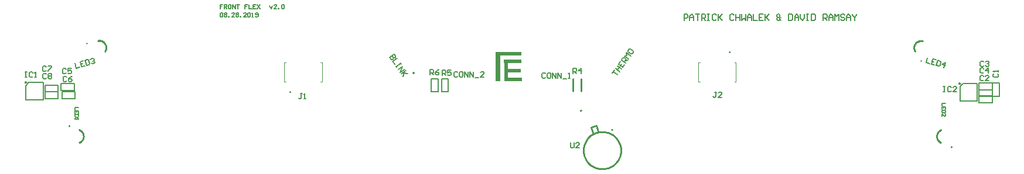
<source format=gto>
%FSTAX23Y23*%
%MOIN*%
%SFA1B1*%

%IPPOS*%
%ADD10C,0.007870*%
%ADD11C,0.010000*%
%ADD12C,0.003940*%
%ADD13C,0.006000*%
%ADD14C,0.008000*%
%ADD15R,0.097440X0.021290*%
%ADD16R,0.099030X0.023540*%
%ADD17R,0.101210X0.021200*%
%ADD18R,0.023890X0.123980*%
%ADD19R,0.149040X0.021200*%
%ADD20R,0.026390X0.166770*%
%LNfront_flex-1*%
%LPD*%
G36*
X-00034Y00685D02*
D01*
G37*
G54D10*
X-02752Y00678D02*
D01*
X-02752Y00678*
X-02752Y00678*
X-02752Y00679*
X-02752Y00679*
X-02752Y00679*
X-02752Y00679*
X-02752Y0068*
X-02752Y0068*
X-02753Y0068*
X-02753Y0068*
X-02753Y0068*
X-02753Y00681*
X-02753Y00681*
X-02754Y00681*
X-02754Y00681*
X-02754Y00681*
X-02754Y00681*
X-02755Y00682*
X-02755Y00682*
X-02755Y00682*
X-02755Y00682*
X-02756Y00682*
X-02756*
X-02756Y00682*
X-02756Y00682*
X-02757Y00682*
X-02757Y00682*
X-02757Y00681*
X-02758Y00681*
X-02758Y00681*
X-02758Y00681*
X-02758Y00681*
X-02758Y00681*
X-02759Y0068*
X-02759Y0068*
X-02759Y0068*
X-02759Y0068*
X-02759Y0068*
X-02759Y00679*
X-02759Y00679*
X-0276Y00679*
X-0276Y00679*
X-0276Y00678*
X-0276Y00678*
X-0276Y00678*
X-0276Y00677*
X-0276Y00677*
X-0276Y00677*
X-0276Y00677*
X-02759Y00676*
X-02759Y00676*
X-02759Y00676*
X-02759Y00676*
X-02759Y00675*
X-02759Y00675*
X-02759Y00675*
X-02758Y00675*
X-02758Y00675*
X-02758Y00674*
X-02758Y00674*
X-02758Y00674*
X-02757Y00674*
X-02757Y00674*
X-02757Y00674*
X-02756Y00674*
X-02756Y00674*
X-02756Y00674*
X-02756*
X-02755Y00674*
X-02755Y00674*
X-02755Y00674*
X-02755Y00674*
X-02754Y00674*
X-02754Y00674*
X-02754Y00674*
X-02754Y00674*
X-02753Y00675*
X-02753Y00675*
X-02753Y00675*
X-02753Y00675*
X-02753Y00675*
X-02752Y00676*
X-02752Y00676*
X-02752Y00676*
X-02752Y00676*
X-02752Y00677*
X-02752Y00677*
X-02752Y00677*
X-02752Y00677*
X-02752Y00678*
X02563Y00672D02*
D01*
X02563Y00673*
X02563Y00673*
X02563Y00673*
X02562Y00673*
X02562Y00674*
X02562Y00674*
X02562Y00674*
X02562Y00674*
X02562Y00675*
X02562Y00675*
X02562Y00675*
X02561Y00675*
X02561Y00675*
X02561Y00676*
X02561Y00676*
X0256Y00676*
X0256Y00676*
X0256Y00676*
X0256Y00676*
X02559Y00676*
X02559Y00676*
X02559Y00676*
X02559*
X02558Y00676*
X02558Y00676*
X02558Y00676*
X02557Y00676*
X02557Y00676*
X02557Y00676*
X02557Y00676*
X02556Y00676*
X02556Y00675*
X02556Y00675*
X02556Y00675*
X02556Y00675*
X02555Y00675*
X02555Y00674*
X02555Y00674*
X02555Y00674*
X02555Y00674*
X02555Y00673*
X02555Y00673*
X02555Y00673*
X02555Y00673*
X02555Y00672*
X02555Y00672*
X02555Y00672*
X02555Y00671*
X02555Y00671*
X02555Y00671*
X02555Y00671*
X02555Y0067*
X02555Y0067*
X02555Y0067*
X02556Y0067*
X02556Y0067*
X02556Y00669*
X02556Y00669*
X02556Y00669*
X02557Y00669*
X02557Y00669*
X02557Y00669*
X02557Y00668*
X02558Y00668*
X02558Y00668*
X02558Y00668*
X02559Y00668*
X02559*
X02559Y00668*
X02559Y00668*
X0256Y00668*
X0256Y00668*
X0256Y00669*
X0256Y00669*
X02561Y00669*
X02561Y00669*
X02561Y00669*
X02561Y00669*
X02562Y0067*
X02562Y0067*
X02562Y0067*
X02562Y0067*
X02562Y0067*
X02562Y00671*
X02562Y00671*
X02562Y00671*
X02563Y00671*
X02563Y00672*
X02563Y00672*
X02563Y00672*
X01252Y00852D02*
D01*
X01252Y00852*
X01252Y00852*
X01252Y00852*
X01252Y00852*
X01252Y00852*
X01252Y00852*
X01252Y00853*
X01252Y00853*
X01252Y00853*
X01252Y00853*
X01252Y00853*
X01252Y00853*
X01252Y00853*
X01251Y00853*
X01251Y00853*
X01251Y00853*
X01251Y00853*
X01251Y00854*
X01251Y00854*
X01251Y00854*
X01251Y00854*
X0125Y00854*
X0125*
X0125Y00854*
X0125Y00854*
X0125Y00854*
X0125Y00854*
X0125Y00853*
X0125Y00853*
X01249Y00853*
X01249Y00853*
X01249Y00853*
X01249Y00853*
X01249Y00853*
X01249Y00853*
X01249Y00853*
X01249Y00853*
X01249Y00853*
X01249Y00852*
X01249Y00852*
X01248Y00852*
X01248Y00852*
X01248Y00852*
X01248Y00852*
X01248Y00852*
D01*
X01248Y00851*
X01248Y00851*
X01248Y00851*
X01248Y00851*
X01249Y00851*
X01249Y00851*
X01249Y00851*
X01249Y00851*
X01249Y0085*
X01249Y0085*
X01249Y0085*
X01249Y0085*
X01249Y0085*
X01249Y0085*
X01249Y0085*
X0125Y0085*
X0125Y0085*
X0125Y0085*
X0125Y0085*
X0125Y0085*
X0125Y0085*
X0125Y0085*
X0125*
X01251Y0085*
X01251Y0085*
X01251Y0085*
X01251Y0085*
X01251Y0085*
X01251Y0085*
X01251Y0085*
X01251Y0085*
X01252Y0085*
X01252Y0085*
X01252Y0085*
X01252Y0085*
X01252Y0085*
X01252Y00851*
X01252Y00851*
X01252Y00851*
X01252Y00851*
X01252Y00851*
X01252Y00851*
X01252Y00851*
X01252Y00851*
X01252Y00852*
D01*
X01252Y00852*
X01252Y00852*
X01252Y00852*
X01252Y00852*
X01252Y00852*
X01252Y00852*
X01252Y00853*
X01252Y00853*
X01252Y00853*
X01252Y00853*
X01252Y00853*
X01252Y00853*
X01252Y00853*
X01251Y00853*
X01251Y00853*
X01251Y00853*
X01251Y00853*
X01251Y00854*
X01251Y00854*
X01251Y00854*
X01251Y00854*
X0125Y00854*
X0125*
X0125Y00854*
X0125Y00854*
X0125Y00854*
X0125Y00854*
X0125Y00853*
X0125Y00853*
X01249Y00853*
X01249Y00853*
X01249Y00853*
X01249Y00853*
X01249Y00853*
X01249Y00853*
X01249Y00853*
X01249Y00853*
X01249Y00853*
X01249Y00852*
X01249Y00852*
X01248Y00852*
X01248Y00852*
X01248Y00852*
X01248Y00852*
X01248Y00852*
X-01252Y00623D02*
D01*
X-01252Y00623*
X-01252Y00623*
X-01252Y00623*
X-01252Y00623*
X-01252Y00623*
X-01252Y00622*
X-01252Y00622*
X-01252Y00622*
X-01252Y00622*
X-01252Y00622*
X-01252Y00622*
X-01252Y00622*
X-01252Y00622*
X-01251Y00622*
X-01251Y00622*
X-01251Y00622*
X-01251Y00621*
X-01251Y00621*
X-01251Y00621*
X-01251Y00621*
X-01251Y00621*
X-0125Y00621*
X-0125*
X-0125Y00621*
X-0125Y00621*
X-0125Y00621*
X-0125Y00621*
X-0125Y00621*
X-0125Y00622*
X-01249Y00622*
X-01249Y00622*
X-01249Y00622*
X-01249Y00622*
X-01249Y00622*
X-01249Y00622*
X-01249Y00622*
X-01249Y00622*
X-01249Y00622*
X-01249Y00622*
X-01249Y00623*
X-01248Y00623*
X-01248Y00623*
X-01248Y00623*
X-01248Y00623*
X-01248Y00623*
D01*
X-01248Y00623*
X-01248Y00624*
X-01248Y00624*
X-01248Y00624*
X-01249Y00624*
X-01249Y00624*
X-01249Y00624*
X-01249Y00624*
X-01249Y00624*
X-01249Y00625*
X-01249Y00625*
X-01249Y00625*
X-01249Y00625*
X-01249Y00625*
X-01249Y00625*
X-0125Y00625*
X-0125Y00625*
X-0125Y00625*
X-0125Y00625*
X-0125Y00625*
X-0125Y00625*
X-0125Y00625*
X-0125*
X-01251Y00625*
X-01251Y00625*
X-01251Y00625*
X-01251Y00625*
X-01251Y00625*
X-01251Y00625*
X-01251Y00625*
X-01251Y00625*
X-01252Y00625*
X-01252Y00625*
X-01252Y00625*
X-01252Y00625*
X-01252Y00624*
X-01252Y00624*
X-01252Y00624*
X-01252Y00624*
X-01252Y00624*
X-01252Y00624*
X-01252Y00624*
X-01252Y00624*
X-01252Y00623*
X-01252Y00623*
D01*
X-01252Y00623*
X-01252Y00623*
X-01252Y00623*
X-01252Y00623*
X-01252Y00623*
X-01252Y00622*
X-01252Y00622*
X-01252Y00622*
X-01252Y00622*
X-01252Y00622*
X-01252Y00622*
X-01252Y00622*
X-01252Y00622*
X-01251Y00622*
X-01251Y00622*
X-01251Y00622*
X-01251Y00621*
X-01251Y00621*
X-01251Y00621*
X-01251Y00621*
X-01251Y00621*
X-0125Y00621*
X-0125*
X-0125Y00621*
X-0125Y00621*
X-0125Y00621*
X-0125Y00621*
X-0125Y00621*
X-0125Y00622*
X-01249Y00622*
X-01249Y00622*
X-01249Y00622*
X-01249Y00622*
X-01249Y00622*
X-01249Y00622*
X-01249Y00622*
X-01249Y00622*
X-01249Y00622*
X-01249Y00622*
X-01249Y00623*
X-01248Y00623*
X-01248Y00623*
X-01248Y00623*
X-01248Y00623*
X-01248Y00623*
X-02738Y00678D02*
X-02657D01*
Y00579D02*
Y00678D01*
X-02756Y00579D02*
X-02657D01*
X-02756D02*
Y0066D01*
X-02738Y00678*
X02577Y00672D02*
X02658D01*
Y00573D02*
Y00672D01*
X02559Y00573D02*
X02658D01*
X02559D02*
Y00654D01*
X02577Y00672*
X-01635Y01123D02*
X-01651D01*
Y01111*
X-01643*
X-01651*
Y01099*
X-01627D02*
Y01123D01*
X-01616*
X-01612Y01119*
Y01111*
X-01616Y01107*
X-01627*
X-01619D02*
X-01612Y01099D01*
X-01592Y01123D02*
X-016D01*
X-01604Y01119*
Y01103*
X-016Y01099*
X-01592*
X-01588Y01103*
Y01119*
X-01592Y01123*
X-0158Y01099D02*
Y01123D01*
X-01564Y01099*
Y01123*
X-01556D02*
X-01541D01*
X-01549*
Y01099*
X-01493Y01123D02*
X-01509D01*
Y01111*
X-01501*
X-01509*
Y01099*
X-01486Y01123D02*
Y01099D01*
X-0147*
X-01446Y01123D02*
X-01462D01*
Y01099*
X-01446*
X-01462Y01111D02*
X-01454D01*
X-01438Y01123D02*
X-01423Y01099D01*
Y01123D02*
X-01438Y01099D01*
X-01368Y01115D02*
X-0136Y01099D01*
X-01352Y01115*
X-01328Y01099D02*
X-01344D01*
X-01328Y01115*
Y01119*
X-01332Y01123*
X-0134*
X-01344Y01119*
X-0132Y01099D02*
Y01103D01*
X-01316*
Y01099*
X-0132*
X-01301Y01119D02*
X-01297Y01123D01*
X-01289*
X-01285Y01119*
Y01103*
X-01289Y01099*
X-01297*
X-01301Y01103*
Y01119*
X-01651Y01072D02*
X-01647Y01076D01*
X-01639*
X-01635Y01072*
Y01056*
X-01639Y01052*
X-01647*
X-01651Y01056*
Y01072*
X-01627D02*
X-01623Y01076D01*
X-01616*
X-01612Y01072*
Y01068*
X-01616Y01064*
X-01612Y0106*
Y01056*
X-01616Y01052*
X-01623*
X-01627Y01056*
Y0106*
X-01623Y01064*
X-01627Y01068*
Y01072*
X-01623Y01064D02*
X-01616D01*
X-01604Y01052D02*
Y01056D01*
X-016*
Y01052*
X-01604*
X-01568D02*
X-01584D01*
X-01568Y01068*
Y01072*
X-01572Y01076*
X-0158*
X-01584Y01072*
X-0156D02*
X-01556Y01076D01*
X-01549*
X-01545Y01072*
Y01068*
X-01549Y01064*
X-01545Y0106*
Y01056*
X-01549Y01052*
X-01556*
X-0156Y01056*
Y0106*
X-01556Y01064*
X-0156Y01068*
Y01072*
X-01556Y01064D02*
X-01549D01*
X-01537Y01052D02*
Y01056D01*
X-01533*
Y01052*
X-01537*
X-01501D02*
X-01517D01*
X-01501Y01068*
Y01072*
X-01505Y01076*
X-01513*
X-01517Y01072*
X-01493D02*
X-0149Y01076D01*
X-01482*
X-01478Y01072*
Y01056*
X-01482Y01052*
X-0149*
X-01493Y01056*
Y01072*
X-0147Y01052D02*
X-01462D01*
X-01466*
Y01076*
X-0147Y01072*
X-0145Y01056D02*
X-01446Y01052D01*
X-01438*
X-01434Y01056*
Y01072*
X-01438Y01076*
X-01446*
X-0145Y01072*
Y01068*
X-01446Y01064*
X-01434*
X00989Y01033D02*
Y01067D01*
X01005*
X01011Y01061*
Y0105*
X01005Y01044*
X00989*
X01022Y01033D02*
Y01056D01*
X01033Y01067*
X01044Y01056*
Y01033*
Y0105*
X01022*
X01055Y01067D02*
X01078D01*
X01067*
Y01033*
X01089D02*
Y01067D01*
X01106*
X01111Y01061*
Y0105*
X01106Y01044*
X01089*
X011D02*
X01111Y01033D01*
X01122Y01067D02*
X01134D01*
X01128*
Y01033*
X01122*
X01134*
X01173Y01061D02*
X01167Y01067D01*
X01156*
X0115Y01061*
Y01039*
X01156Y01033*
X01167*
X01173Y01039*
X01184Y01067D02*
Y01033D01*
Y01044*
X01206Y01067*
X01189Y0105*
X01206Y01033*
X01273Y01061D02*
X01267Y01067D01*
X01256*
X01251Y01061*
Y01039*
X01256Y01033*
X01267*
X01273Y01039*
X01284Y01067D02*
Y01033D01*
Y0105*
X01306*
Y01067*
Y01033*
X01318Y01067D02*
Y01033D01*
X01329Y01044*
X0134Y01033*
Y01067*
X01351Y01033D02*
Y01056D01*
X01362Y01067*
X01373Y01056*
Y01033*
Y0105*
X01351*
X01384Y01067D02*
Y01033D01*
X01407*
X0144Y01067D02*
X01418D01*
Y01033*
X0144*
X01418Y0105D02*
X01429D01*
X01451Y01067D02*
Y01033D01*
Y01044*
X01474Y01067*
X01457Y0105*
X01474Y01033*
X01541D02*
X01535Y01039D01*
X01529Y01033*
X01524*
X01518Y01039*
Y01044*
X01524Y0105*
X01518Y01056*
Y01061*
X01524Y01067*
X01529*
X01535Y01061*
Y01056*
X01529Y0105*
X01535Y01044*
Y01039*
X01541Y0105D02*
X01535Y01044D01*
X01524Y0105D02*
X01529D01*
X01585Y01067D02*
Y01033D01*
X01602*
X01607Y01039*
Y01061*
X01602Y01067*
X01585*
X01619Y01033D02*
Y01056D01*
X0163Y01067*
X01641Y01056*
Y01033*
Y0105*
X01619*
X01652Y01067D02*
Y01044D01*
X01663Y01033*
X01674Y01044*
Y01067*
X01686D02*
X01697D01*
X01691*
Y01033*
X01686*
X01697*
X01713Y01067D02*
Y01033D01*
X0173*
X01736Y01039*
Y01061*
X0173Y01067*
X01713*
X0178Y01033D02*
Y01067D01*
X01797*
X01803Y01061*
Y0105*
X01797Y01044*
X0178*
X01791D02*
X01803Y01033D01*
X01814D02*
Y01056D01*
X01825Y01067*
X01836Y01056*
Y01033*
Y0105*
X01814*
X01847Y01033D02*
Y01067D01*
X01858Y01056*
X0187Y01067*
Y01033*
X01903Y01061D02*
X01897Y01067D01*
X01886*
X01881Y01061*
Y01056*
X01886Y0105*
X01897*
X01903Y01044*
Y01039*
X01897Y01033*
X01886*
X01881Y01039*
X01914Y01033D02*
Y01056D01*
X01925Y01067*
X01936Y01056*
Y01033*
Y0105*
X01914*
X01948Y01067D02*
Y01061D01*
X01959Y0105*
X0197Y01061*
Y01067*
X01959Y0105D02*
Y01033D01*
G54D11*
X-02509Y00431D02*
D01*
X-02509Y00431*
X-02509Y00431*
X-02509Y00431*
X-02509Y00431*
X-02509Y00431*
X-02509Y00431*
X-02509Y00431*
X-02509Y00431*
X-02509Y00431*
X-02509Y00431*
X-02509Y00431*
X-02509Y00431*
X-02509Y00431*
X-02509Y00431*
X-02509Y00431*
X-02509Y00431*
X-02509Y00431*
X-02509Y00431*
X-02509Y00431*
X-02509Y00431*
X-02509Y00431*
X-02509Y00431*
X-02509*
X-02509Y00431*
X-02509Y00431*
X-02509Y00431*
X-02509Y00431*
X-02509Y00431*
X-02509Y00431*
X-02509Y00431*
X-02509Y00431*
X-02509Y00431*
X-02509Y00431*
X-02509Y00431*
X-02509Y00431*
X-02509Y00431*
X-0251Y00431*
X-0251Y00431*
X-0251Y00431*
X-0251Y00431*
X-0251Y00431*
X-0251Y00431*
X-0251Y00431*
X-0251Y00431*
X-0251Y00431*
X-0251Y00431*
X-0251Y00431*
X-0251Y00431*
X-0251Y00431*
X-0251Y00431*
X-0251Y00431*
X-0251Y00431*
X-0251Y00431*
X-02509Y00431*
X-02509Y0043*
X-02509Y0043*
X-02509Y0043*
X-02509Y0043*
X-02509Y0043*
X-02509Y0043*
X-02509Y0043*
X-02509Y0043*
X-02509Y0043*
X-02509Y0043*
X-02509Y0043*
X-02509Y0043*
X-02509Y0043*
X-02509*
X-02509Y0043*
X-02509Y0043*
X-02509Y0043*
X-02509Y0043*
X-02509Y0043*
X-02509Y0043*
X-02509Y0043*
X-02509Y0043*
X-02509Y0043*
X-02509Y0043*
X-02509Y0043*
X-02509Y0043*
X-02509Y00431*
X-02509Y00431*
X-02509Y00431*
X-02509Y00431*
X-02509Y00431*
X-02509Y00431*
X-02509Y00431*
X-02509Y00431*
X-02509Y00431*
X-02509Y00431*
X-02452Y00334D02*
D01*
X-02449Y00335*
X-02447Y00337*
X-02444Y00338*
X-02442Y0034*
X-0244Y00342*
X-02438Y00344*
X-02436Y00346*
X-02435Y00348*
X-02433Y0035*
X-02432Y00352*
X-02431Y00355*
X-0243Y00357*
X-02429Y0036*
X-02428Y00363*
X-02428Y00365*
X-02427Y00368*
X-02427Y00371*
X-02428Y00374*
X-02428Y00376*
X-02428Y00379*
X-02429Y00382*
X-0243Y00384*
X-02431Y00387*
X-02432Y00389*
X-02434Y00392*
X-02435Y00394*
X-02437Y00396*
X-02439Y00398*
X-02441Y004*
X-02443Y00402*
X-02445Y00403*
X-02447Y00405*
X-0245Y00406*
X-02452Y00407*
X-02305Y00856D02*
D01*
X-02304Y00859*
X-02303Y00861*
X-02302Y00864*
X-02301Y00866*
X-023Y00869*
X-023Y00872*
X-02299Y00875*
X-02299Y00877*
X-02299Y0088*
X-023Y00883*
X-023Y00886*
X-02301Y00888*
X-02302Y00891*
X-02303Y00893*
X-02304Y00896*
X-02305Y00898*
X-02307Y009*
X-02308Y00903*
X-0231Y00905*
X-02312Y00907*
X-02314Y00908*
X-02317Y0091*
X-02319Y00911*
X-02321Y00913*
X-02324Y00914*
X-02326Y00915*
X-02329Y00915*
X-02332Y00916*
X-02334Y00916*
X-02337Y00917*
X-0234Y00917*
X-02343Y00916*
X-02345Y00916*
X-02347Y00916*
X-02408Y00902D02*
D01*
X-02408Y00902*
X-02408Y00902*
X-02408Y00902*
X-02408Y00902*
X-02408Y00902*
X-02408Y00902*
X-02408Y00902*
X-02408Y00902*
X-02408Y00902*
X-02408Y00902*
X-02408Y00902*
X-02408Y00902*
X-02408Y00902*
X-02408Y00902*
X-02408Y00902*
X-02408Y00902*
X-02408Y00902*
X-02408Y00902*
X-02408Y00902*
X-02408Y00902*
X-02408Y00902*
X-02408Y00902*
X-02408*
X-02408Y00902*
X-02408Y00902*
X-02408Y00902*
X-02408Y00902*
X-02408Y00902*
X-02408Y00902*
X-02408Y00902*
X-02408Y00902*
X-02408Y00902*
X-02408Y00902*
X-02408Y00902*
X-02408Y00902*
X-02408Y00902*
X-02408Y00902*
X-02408Y00902*
X-02408Y00902*
X-02408Y00902*
X-02408Y00902*
X-02408Y00902*
X-02408Y00902*
X-02408Y00902*
X-02408Y00902*
X-02408Y00902*
X-02408Y00902*
X-02408Y00902*
X-02408Y00902*
X-02408Y00902*
X-02408Y00901*
X-02408Y00901*
X-02408Y00901*
X-02408Y00901*
X-02408Y00901*
X-02408Y00901*
X-02408Y00901*
X-02408Y00901*
X-02408Y00901*
X-02408Y00901*
X-02408Y00901*
X-02408Y00901*
X-02408Y00901*
X-02408Y00901*
X-02408Y00901*
X-02408Y00901*
X-02408Y00901*
X-02408*
X-02408Y00901*
X-02408Y00901*
X-02408Y00901*
X-02408Y00901*
X-02408Y00901*
X-02408Y00901*
X-02408Y00901*
X-02408Y00901*
X-02408Y00901*
X-02408Y00901*
X-02408Y00901*
X-02408Y00901*
X-02408Y00901*
X-02408Y00901*
X-02408Y00901*
X-02408Y00901*
X-02408Y00902*
X-02408Y00902*
X-02408Y00902*
X-02408Y00902*
X-02408Y00902*
X-02408Y00902*
X0251Y0031D02*
D01*
X0251Y0031*
X0251Y0031*
X0251Y0031*
X0251Y0031*
X0251Y0031*
X0251Y00311*
X0251Y00311*
X0251Y00311*
X0251Y00311*
X02509Y00311*
X02509Y00311*
X02509Y00311*
X02509Y00311*
X02509Y00311*
X02509Y00311*
X02509Y00311*
X02509Y00311*
X02509Y00311*
X02509Y00311*
X02509Y00311*
X02509Y00311*
X02509Y00311*
X02509*
X02509Y00311*
X02509Y00311*
X02509Y00311*
X02509Y00311*
X02509Y00311*
X02509Y00311*
X02509Y00311*
X02509Y00311*
X02509Y00311*
X02509Y00311*
X02509Y00311*
X02509Y00311*
X02509Y00311*
X02509Y00311*
X02509Y00311*
X02509Y00311*
X02509Y0031*
X02509Y0031*
X02509Y0031*
X02509Y0031*
X02509Y0031*
X02509Y0031*
X02509Y0031*
X02509Y0031*
X02509Y0031*
X02509Y0031*
X02509Y0031*
X02509Y0031*
X02509Y0031*
X02509Y0031*
X02509Y0031*
X02509Y0031*
X02509Y0031*
X02509Y0031*
X02509Y0031*
X02509Y0031*
X02509Y0031*
X02509Y0031*
X02509Y0031*
X02509Y0031*
X02509Y0031*
X02509Y0031*
X02509Y0031*
X02509Y0031*
X02509*
X02509Y0031*
X02509Y0031*
X02509Y0031*
X02509Y0031*
X02509Y0031*
X02509Y0031*
X02509Y0031*
X02509Y0031*
X02509Y0031*
X02509Y0031*
X02509Y0031*
X02509Y0031*
X0251Y0031*
X0251Y0031*
X0251Y0031*
X0251Y0031*
X0251Y0031*
X0251Y0031*
X0251Y0031*
X0251Y0031*
X0251Y0031*
X0251Y0031*
X02452Y00407D02*
D01*
X02449Y00406*
X02447Y00404*
X02444Y00403*
X02442Y00401*
X0244Y004*
X02438Y00398*
X02436Y00396*
X02435Y00393*
X02433Y00391*
X02432Y00389*
X02431Y00386*
X0243Y00384*
X02429Y00381*
X02428Y00378*
X02428Y00376*
X02427Y00373*
X02427Y0037*
X02428Y00367*
X02428Y00365*
X02428Y00362*
X02429Y00359*
X0243Y00357*
X02431Y00354*
X02432Y00352*
X02434Y00349*
X02435Y00347*
X02437Y00345*
X02439Y00343*
X02441Y00341*
X02443Y00339*
X02445Y00338*
X02447Y00336*
X0245Y00335*
X02452Y00334*
X02346Y00915D02*
D01*
X02343Y00915*
X0234Y00915*
X02338Y00916*
X02335Y00916*
X02332Y00915*
X02329Y00915*
X02327Y00914*
X02324Y00913*
X02322Y00912*
X02319Y00911*
X02317Y0091*
X02314Y00908*
X02312Y00907*
X0231Y00905*
X02308Y00903*
X02306Y00901*
X02305Y00899*
X02303Y00896*
X02302Y00894*
X02301Y00892*
X023Y00889*
X02299Y00886*
X02298Y00884*
X02298Y00881*
X02298Y00878*
X02298Y00876*
X02298Y00873*
X02298Y0087*
X02299Y00867*
X02299Y00865*
X023Y00862*
X02301Y0086*
X02303Y00857*
X02304Y00855*
X02337Y00803D02*
D01*
X02337Y00803*
X02337Y00803*
X02337Y00803*
X02337Y00803*
X02337Y00803*
X02337Y00803*
X02337Y00803*
X02337Y00803*
X02337Y00803*
X02337Y00803*
X02337Y00803*
X02337Y00803*
X02337Y00803*
X02337Y00803*
X02337Y00803*
X02337Y00803*
X02337Y00803*
X02337Y00803*
X02337Y00803*
X02337Y00803*
X02337Y00803*
X02337Y00803*
X02337*
X02337Y00803*
X02337Y00803*
X02336Y00803*
X02336Y00803*
X02336Y00803*
X02336Y00803*
X02336Y00803*
X02336Y00803*
X02336Y00803*
X02336Y00803*
X02336Y00803*
X02336Y00803*
X02336Y00803*
X02336Y00803*
X02336Y00803*
X02336Y00803*
X02336Y00803*
X02336Y00803*
X02336Y00803*
X02336Y00803*
X02336Y00803*
X02336Y00803*
X02336Y00803*
X02336Y00803*
X02336Y00803*
X02336Y00802*
X02336Y00802*
X02336Y00802*
X02336Y00802*
X02336Y00802*
X02336Y00802*
X02336Y00802*
X02336Y00802*
X02336Y00802*
X02336Y00802*
X02336Y00802*
X02336Y00802*
X02336Y00802*
X02336Y00802*
X02336Y00802*
X02336Y00802*
X02337Y00802*
X02337Y00802*
X02337Y00802*
X02337*
X02337Y00802*
X02337Y00802*
X02337Y00802*
X02337Y00802*
X02337Y00802*
X02337Y00802*
X02337Y00802*
X02337Y00802*
X02337Y00802*
X02337Y00802*
X02337Y00802*
X02337Y00802*
X02337Y00802*
X02337Y00802*
X02337Y00802*
X02337Y00802*
X02337Y00802*
X02337Y00802*
X02337Y00803*
X02337Y00803*
X02337Y00803*
X02337Y00803*
X0058Y00408D02*
D01*
X0058Y00408*
X0058Y00409*
X0058Y00409*
X0058Y00409*
X0058Y00409*
X0058Y00409*
X0058Y00409*
X0058Y00409*
X0058Y00409*
X0058Y00409*
X00579Y00409*
X00579Y00409*
X00579Y00409*
X00579Y00409*
X00579Y00409*
X00579Y0041*
X00579Y0041*
X00579Y0041*
X00579Y0041*
X00579Y0041*
X00579Y0041*
X00579Y0041*
X00579*
X00578Y0041*
X00578Y0041*
X00578Y0041*
X00578Y0041*
X00578Y0041*
X00578Y0041*
X00578Y00409*
X00578Y00409*
X00578Y00409*
X00578Y00409*
X00578Y00409*
X00578Y00409*
X00578Y00409*
X00577Y00409*
X00577Y00409*
X00577Y00409*
X00577Y00409*
X00577Y00409*
X00577Y00409*
X00577Y00409*
X00577Y00408*
X00577Y00408*
X00577Y00408*
X00577Y00408*
X00577Y00408*
X00577Y00408*
X00577Y00408*
X00577Y00408*
X00577Y00408*
X00577Y00408*
X00578Y00408*
X00578Y00408*
X00578Y00407*
X00578Y00407*
X00578Y00407*
X00578Y00407*
X00578Y00407*
X00578Y00407*
X00578Y00407*
X00578Y00407*
X00578Y00407*
X00578Y00407*
X00578Y00407*
X00579Y00407*
X00579*
X00579Y00407*
X00579Y00407*
X00579Y00407*
X00579Y00407*
X00579Y00407*
X00579Y00407*
X00579Y00407*
X00579Y00407*
X00579Y00407*
X00579Y00407*
X00579Y00407*
X0058Y00408*
X0058Y00408*
X0058Y00408*
X0058Y00408*
X0058Y00408*
X0058Y00408*
X0058Y00408*
X0058Y00408*
X0058Y00408*
X0058Y00408*
X0058Y00408*
X0063Y0029D02*
D01*
X0063Y00297*
X00629Y00305*
X00627Y00312*
X00626Y00319*
X00623Y00326*
X00621Y00333*
X00617Y0034*
X00614Y00346*
X0061Y00352*
X00605Y00358*
X006Y00364*
X00595Y00369*
X00589Y00374*
X00583Y00378*
X00577Y00382*
X0057Y00385*
X00563Y00388*
X00556Y00391*
X00549Y00393*
X00542Y00395*
X00535Y00396*
X00527Y00396*
X0052*
X00512Y00396*
X00505Y00395*
X00498Y00393*
X00491Y00391*
X00484Y00388*
X00477Y00385*
X0047Y00382*
X00464Y00378*
X00458Y00374*
X00452Y00369*
X00447Y00364*
X00442Y00358*
X00438Y00352*
X00433Y00346*
X0043Y0034*
X00426Y00333*
X00424Y00326*
X00421Y00319*
X0042Y00312*
X00418Y00305*
X00417Y00297*
X00417Y0029*
X00417Y00282*
X00418Y00275*
X0042Y00268*
X00421Y00261*
X00424Y00253*
X00426Y00247*
X0043Y0024*
X00433Y00233*
X00438Y00227*
X00442Y00221*
X00447Y00216*
X00452Y00211*
X00458Y00206*
X00464Y00202*
X0047Y00198*
X00477Y00194*
X00484Y00191*
X00491Y00189*
X00498Y00187*
X00505Y00185*
X00512Y00184*
X0052Y00184*
X00527*
X00535Y00184*
X00542Y00185*
X00549Y00187*
X00556Y00189*
X00563Y00191*
X0057Y00194*
X00577Y00198*
X00583Y00202*
X00589Y00206*
X00595Y00211*
X006Y00216*
X00605Y00221*
X0061Y00227*
X00614Y00233*
X00617Y0024*
X00621Y00247*
X00623Y00253*
X00626Y00261*
X00627Y00268*
X00629Y00275*
X0063Y00282*
X0063Y0029*
X00403Y00518D02*
D01*
X00403Y00519*
X00403Y00519*
X00403Y00519*
X00403Y00519*
X00403Y00519*
X00403Y00519*
X00403Y00519*
X00403Y00519*
X00403Y0052*
X00402Y0052*
X00402Y0052*
X00402Y0052*
X00402Y0052*
X00402Y0052*
X00402Y0052*
X00402Y0052*
X00402Y0052*
X00402Y0052*
X00401Y0052*
X00401Y0052*
X00401Y0052*
X00401Y0052*
X00401*
X00401Y0052*
X00401Y0052*
X004Y0052*
X004Y0052*
X004Y0052*
X004Y0052*
X004Y0052*
X004Y0052*
X004Y0052*
X004Y0052*
X00399Y0052*
X00399Y0052*
X00399Y0052*
X00399Y00519*
X00399Y00519*
X00399Y00519*
X00399Y00519*
X00399Y00519*
X00399Y00519*
X00399Y00519*
X00399Y00519*
X00399Y00518*
X00399Y00518*
X00399Y00518*
X00399Y00518*
X00399Y00518*
X00399Y00518*
X00399Y00518*
X00399Y00517*
X00399Y00517*
X00399Y00517*
X00399Y00517*
X00399Y00517*
X004Y00517*
X004Y00517*
X004Y00517*
X004Y00517*
X004Y00517*
X004Y00517*
X004Y00517*
X004Y00516*
X00401Y00516*
X00401Y00516*
X00401Y00516*
X00401*
X00401Y00516*
X00401Y00516*
X00401Y00516*
X00402Y00517*
X00402Y00517*
X00402Y00517*
X00402Y00517*
X00402Y00517*
X00402Y00517*
X00402Y00517*
X00402Y00517*
X00402Y00517*
X00403Y00517*
X00403Y00517*
X00403Y00517*
X00403Y00518*
X00403Y00518*
X00403Y00518*
X00403Y00518*
X00403Y00518*
X00403Y00518*
X00403Y00518*
X-0055Y00734D02*
D01*
X-0055Y00735*
X-0055Y00735*
X-0055Y00735*
X-0055Y00735*
X-0055Y00735*
X-0055Y00735*
X-0055Y00735*
X-00551Y00736*
X-00551Y00736*
X-00551Y00736*
X-00551Y00736*
X-00551Y00736*
X-00551Y00736*
X-00551Y00736*
X-00551Y00736*
X-00551Y00736*
X-00551Y00736*
X-00552Y00736*
X-00552Y00736*
X-00552Y00736*
X-00552Y00736*
X-00552Y00736*
X-00552*
X-00552Y00736*
X-00553Y00736*
X-00553Y00736*
X-00553Y00736*
X-00553Y00736*
X-00553Y00736*
X-00553Y00736*
X-00553Y00736*
X-00553Y00736*
X-00554Y00736*
X-00554Y00736*
X-00554Y00736*
X-00554Y00736*
X-00554Y00736*
X-00554Y00735*
X-00554Y00735*
X-00554Y00735*
X-00554Y00735*
X-00554Y00735*
X-00554Y00735*
X-00554Y00735*
X-00554Y00734*
X-00554Y00734*
X-00554Y00734*
X-00554Y00734*
X-00554Y00734*
X-00554Y00734*
X-00554Y00734*
X-00554Y00734*
X-00554Y00733*
X-00554Y00733*
X-00554Y00733*
X-00554Y00733*
X-00554Y00733*
X-00553Y00733*
X-00553Y00733*
X-00553Y00733*
X-00553Y00733*
X-00553Y00733*
X-00553Y00733*
X-00553Y00733*
X-00553Y00733*
X-00552Y00733*
X-00552Y00733*
X-00552*
X-00552Y00733*
X-00552Y00733*
X-00552Y00733*
X-00552Y00733*
X-00551Y00733*
X-00551Y00733*
X-00551Y00733*
X-00551Y00733*
X-00551Y00733*
X-00551Y00733*
X-00551Y00733*
X-00551Y00733*
X-00551Y00733*
X-00551Y00733*
X-0055Y00734*
X-0055Y00734*
X-0055Y00734*
X-0055Y00734*
X-0055Y00734*
X-0055Y00734*
X-0055Y00734*
X-0055Y00734*
X0049Y00433D02*
X00502Y00398D01*
X00459Y00422D02*
X0049Y00433D01*
X00459Y00422D02*
X00473Y00383D01*
X00357Y00628D02*
Y00699D01*
X00404Y00628D02*
Y00699D01*
G54D12*
X01276Y00682D02*
X01285D01*
X01276D02*
X01285D01*
X0107D02*
X01079D01*
X0107D02*
X01079D01*
X0107Y00793D02*
X01079D01*
X0107D02*
X01079D01*
X01276D02*
X01285D01*
X01276D02*
X01285D01*
X0107Y00682D02*
Y00793D01*
Y00682D02*
Y00793D01*
X01285Y00682D02*
Y00793D01*
Y00682D02*
Y00793D01*
X-01285D02*
X-01276D01*
X-01285D02*
X-01276D01*
X-01079D02*
X-0107D01*
X-01079D02*
X-0107D01*
X-01079Y00682D02*
X-0107D01*
X-01079D02*
X-0107D01*
X-01285D02*
X-01276D01*
X-01285D02*
X-01276D01*
X-0107D02*
Y00793D01*
Y00682D02*
Y00793D01*
X-01285Y00682D02*
Y00793D01*
Y00682D02*
Y00793D01*
G54D13*
X02743Y00561D02*
Y00601D01*
X02668D02*
X02743D01*
X02668Y00561D02*
Y00601D01*
Y00561D02*
X02743D01*
X02743Y00636D02*
Y00675D01*
X02668D02*
X02743D01*
X02668Y00636D02*
Y00675D01*
Y00636D02*
X02743D01*
X02743Y00597D02*
Y00636D01*
X02668D02*
X02743D01*
X02668Y00597D02*
Y00636D01*
Y00597D02*
X02743D01*
X02745Y006D02*
X02784D01*
Y00675*
X02745D02*
X02784D01*
X02745Y006D02*
Y00675D01*
X-02477Y00585D02*
Y00625D01*
X-02551D02*
X-02477D01*
X-02551Y00585D02*
Y00625D01*
Y00585D02*
X-02477D01*
X-02481Y00631D02*
Y00671D01*
X-02555D02*
X-02481D01*
X-02555Y00631D02*
Y00671D01*
Y00631D02*
X-02481D01*
X-02572Y00585D02*
Y00625D01*
X-02647D02*
X-02572D01*
X-02647Y00585D02*
Y00625D01*
Y00585D02*
X-02572D01*
X-02647Y00624D02*
Y00663D01*
Y00624D02*
X-02572D01*
Y00663*
X-02647D02*
X-02572D01*
X-00391Y007D02*
X-00352D01*
X-00391Y00625D02*
Y007D01*
Y00625D02*
X-00352D01*
Y007*
X-00448Y00625D02*
X-00408D01*
Y007*
X-00448D02*
X-00408D01*
X-00448Y00625D02*
Y007D01*
X02753Y00727D02*
X02748Y00722D01*
Y00712*
X02753Y00707*
X02773*
X02778Y00712*
Y00722*
X02773Y00727*
X02778Y00737D02*
Y00747D01*
Y00742*
X02748*
X02753Y00737*
X02695Y00756D02*
X0269Y00761D01*
X0268*
X02675Y00756*
Y00736*
X0268Y00731*
X0269*
X02695Y00736*
X0272Y00731D02*
Y00761D01*
X02705Y00746*
X02725*
X02695Y00713D02*
X0269Y00718D01*
X0268*
X02675Y00713*
Y00693*
X0268Y00688*
X0269*
X02695Y00693*
X02725Y00688D02*
X02705D01*
X02725Y00708*
Y00713*
X0272Y00718*
X0271*
X02705Y00713*
X02694Y00795D02*
X02689Y008D01*
X02679*
X02674Y00795*
Y00775*
X02679Y0077*
X02689*
X02694Y00775*
X02704Y00795D02*
X02709Y008D01*
X02719*
X02724Y00795*
Y0079*
X02719Y00785*
X02714*
X02719*
X02724Y0078*
Y00775*
X02719Y0077*
X02709*
X02704Y00775*
X-02524Y00707D02*
X-02529Y00712D01*
X-02539*
X-02544Y00707*
Y00687*
X-02539Y00682*
X-02529*
X-02524Y00687*
X-02494Y00712D02*
X-02504Y00707D01*
X-02514Y00697*
Y00687*
X-02509Y00682*
X-02499*
X-02494Y00687*
Y00692*
X-02499Y00697*
X-02514*
X-02638Y00724D02*
X-02643Y00729D01*
X-02653*
X-02658Y00724*
Y00704*
X-02653Y00699*
X-02643*
X-02638Y00704*
X-02628Y00724D02*
X-02623Y00729D01*
X-02613*
X-02608Y00724*
Y00719*
X-02613Y00714*
X-02608Y00709*
Y00704*
X-02613Y00699*
X-02623*
X-02628Y00704*
Y00709*
X-02623Y00714*
X-02628Y00719*
Y00724*
X-02623Y00714D02*
X-02613D01*
X-02641Y00766D02*
X-02646Y00771D01*
X-02656*
X-02661Y00766*
Y00746*
X-02656Y00741*
X-02646*
X-02641Y00746*
X-02631Y00771D02*
X-02611D01*
Y00766*
X-02631Y00746*
Y00741*
X-02527Y00752D02*
X-02532Y00757D01*
X-02542*
X-02547Y00752*
Y00732*
X-02542Y00727*
X-02532*
X-02527Y00732*
X-02497Y00757D02*
X-02517D01*
Y00742*
X-02507Y00747*
X-02502*
X-02497Y00742*
Y00732*
X-02502Y00727*
X-02512*
X-02517Y00732*
X00343Y00334D02*
Y00309D01*
X00348Y00304*
X00358*
X00363Y00309*
Y00334*
X00393Y00304D02*
X00373D01*
X00393Y00324*
Y00329*
X00388Y00334*
X00378*
X00373Y00329*
X02464Y00655D02*
X02474D01*
X02469*
Y00625*
X02464*
X02474*
X02509Y0065D02*
X02504Y00655D01*
X02494*
X02489Y0065*
Y0063*
X02494Y00625*
X02504*
X02509Y0063*
X02539Y00625D02*
X02519D01*
X02539Y00645*
Y0065*
X02534Y00655*
X02524*
X02519Y0065*
X-0276Y00737D02*
X-0275D01*
X-02755*
Y00707*
X-0276*
X-0275*
X-02715Y00732D02*
X-0272Y00737D01*
X-0273*
X-02735Y00732*
Y00712*
X-0273Y00707*
X-0272*
X-02715Y00712*
X-02705Y00707D02*
X-02695D01*
X-027*
Y00737*
X-02705Y00732*
X-00455Y00721D02*
Y00751D01*
X-0044*
X-00435Y00746*
Y00736*
X-0044Y00731*
X-00455*
X-00445D02*
X-00435Y00721D01*
X-00405Y00751D02*
X-00415Y00746D01*
X-00425Y00736*
Y00726*
X-0042Y00721*
X-0041*
X-00405Y00726*
Y00731*
X-0041Y00736*
X-00425*
X-00387Y00718D02*
Y00748D01*
X-00372*
X-00367Y00743*
Y00733*
X-00372Y00728*
X-00387*
X-00377D02*
X-00367Y00718D01*
X-00337Y00748D02*
X-00357D01*
Y00733*
X-00347Y00738*
X-00342*
X-00337Y00733*
Y00723*
X-00342Y00718*
X-00352*
X-00357Y00723*
X00358Y0073D02*
Y0076D01*
X00373*
X00378Y00755*
Y00745*
X00373Y0074*
X00358*
X00368D02*
X00378Y0073D01*
X00403D02*
Y0076D01*
X00388Y00745*
X00408*
X-00298Y00735D02*
X-00303Y0074D01*
X-00313*
X-00318Y00735*
Y00715*
X-00313Y0071*
X-00303*
X-00298Y00715*
X-00273Y0074D02*
X-00283D01*
X-00288Y00735*
Y00715*
X-00283Y0071*
X-00273*
X-00268Y00715*
Y00735*
X-00273Y0074*
X-00258Y0071D02*
Y0074D01*
X-00238Y0071*
Y0074*
X-00228Y0071D02*
Y0074D01*
X-00208Y0071*
Y0074*
X-00198Y00705D02*
X-00178D01*
X-00148Y0071D02*
X-00168D01*
X-00148Y0073*
Y00735*
X-00153Y0074*
X-00163*
X-00168Y00735*
X00202Y00727D02*
X00197Y00732D01*
X00187*
X00182Y00727*
Y00707*
X00187Y00702*
X00197*
X00202Y00707*
X00227Y00732D02*
X00217D01*
X00212Y00727*
Y00707*
X00217Y00702*
X00227*
X00232Y00707*
Y00727*
X00227Y00732*
X00242Y00702D02*
Y00732D01*
X00262Y00702*
Y00732*
X00272Y00702D02*
Y00732D01*
X00292Y00702*
Y00732*
X00302Y00697D02*
X00322D01*
X00332Y00702D02*
X00342D01*
X00337*
Y00732*
X00332Y00727*
X-01183Y00615D02*
X-01193D01*
X-01188*
Y0059*
X-01193Y00585*
X-01198*
X-01203Y0059*
X-01173Y00585D02*
X-01163D01*
X-01168*
Y00615*
X-01173Y0061*
X02375Y0082D02*
X02367Y00791D01*
X02387Y00786*
X02423Y00807D02*
X02404Y00812D01*
X02396Y00783*
X02415Y00778*
X024Y00798D02*
X0241Y00795D01*
X02433Y00804D02*
X02425Y00775D01*
X0244Y00771*
X02446Y00775*
X02451Y00794*
X02448Y008*
X02433Y00804*
X02468Y00763D02*
X02476Y00792D01*
X02458Y00782*
X02477Y00776*
X02476Y00559D02*
X02456D01*
Y00545*
X02476Y00525D02*
Y00539D01*
X02456*
Y00525*
X02466Y00539D02*
Y00532D01*
X02476Y00519D02*
X02456D01*
Y00509*
X0246Y00505*
X02473*
X02476Y00509*
Y00519*
X02456Y00485D02*
Y00499D01*
X0247Y00485*
X02473*
X02476Y00489*
Y00495*
X02473Y00499*
X-02476Y00787D02*
X-02468Y00759D01*
X-02449Y00764*
X-02428Y00801D02*
X-02447Y00795D01*
X-02439Y00767*
X-0242Y00772*
X-02443Y00781D02*
X-02434Y00784D01*
X-02418Y00804D02*
X-0241Y00775D01*
X-02396Y00779*
X-02392Y00785*
X-02398Y00804*
X-02404Y00808*
X-02418Y00804*
X-02388Y00807D02*
X-02385Y00813D01*
X-02375Y00816*
X-02369Y00812*
X-02367Y00807*
X-02371Y00801*
X-02376Y008*
X-02371Y00801*
X-02365Y00798*
X-02363Y00793*
X-02367Y00787*
X-02377Y00784*
X-02383Y00787*
X-02455Y00534D02*
X-02475D01*
Y0052*
X-02455Y005D02*
Y00514D01*
X-02475*
Y005*
X-02465Y00514D02*
Y00507D01*
X-02455Y00494D02*
X-02475D01*
Y00484*
X-02472Y0048*
X-02459*
X-02455Y00484*
Y00494*
X-02475Y00474D02*
Y00467D01*
Y0047*
X-02455*
X-02459Y00474*
X01175Y00622D02*
X01165D01*
X0117*
Y00597*
X01165Y00592*
X0116*
X01155Y00597*
X01205Y00592D02*
X01185D01*
X01205Y00612*
Y00617*
X012Y00622*
X0119*
X01185Y00617*
G54D14*
X-0066Y00839D02*
X-00685Y00822D01*
X-00676Y00809*
X-00669Y00808*
X-00665Y00811*
X-00664Y00818*
X-00673Y0083*
X-00664Y00818*
X-00657Y00817*
X-00653Y0082*
X-00652Y00827*
X-0066Y00839*
X-00643Y00814D02*
X-00668Y00797D01*
X-00656Y00781*
X-00626Y0079D02*
X-0062Y00782D01*
X-00623Y00786*
X-00648Y00768*
X-00651Y00773*
X-00645Y00764*
X-00636Y00752D02*
X-00612Y00769D01*
X-00625Y00736*
X-006Y00753*
X-00594Y00745D02*
X-00619Y00727D01*
X-00611Y00733*
X-00583Y00728*
X-00604Y00732*
X-00608Y00711*
X00581Y00732D02*
X00593Y00748D01*
X00587Y0074*
X00612Y00723*
X00599Y00757D02*
X00623Y00739D01*
X00611Y00748*
X00622Y00764*
X0061Y00773*
X00635Y00756*
X00627Y00798D02*
X00616Y00781D01*
X0064Y00764*
X00652Y0078*
X00628Y00773D02*
X00634Y00781D01*
X00658Y00789D02*
X00633Y00806D01*
X00642Y00818*
X00649Y00819*
X00657Y00814*
X00658Y00807*
X00649Y00794*
X00655Y00802D02*
X00669Y00805D01*
X00675Y00813D02*
X0065Y0083D01*
X00664Y00833*
X00662Y00847*
X00686Y00829*
X00676Y00867D02*
X0067Y00859D01*
X00672Y00852*
X00688Y00841*
X00695Y00842*
X00701Y0085*
X00699Y00857*
X00683Y00868*
X00676Y00867*
G54D15*
X00015Y00746D03*
G54D16*
X00015Y00798D03*
G54D17*
X00016Y00696D03*
G54D18*
X-00022Y00747D03*
G54D19*
X-00009Y00841D03*
G54D20*
X-00071Y00768D03*
M02*
</source>
